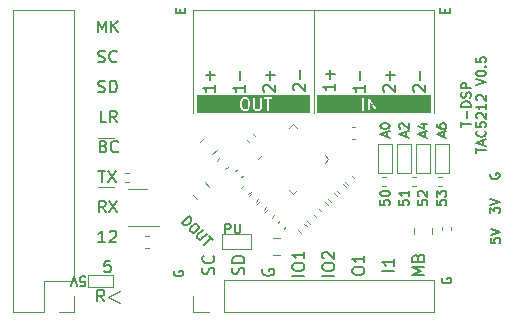
<source format=gbr>
%TF.GenerationSoftware,KiCad,Pcbnew,8.0.7*%
%TF.CreationDate,2024-12-22T07:10:06-05:00*%
%TF.ProjectId,tac5212_audio_board_single_ended,74616335-3231-4325-9f61-7564696f5f62,rev?*%
%TF.SameCoordinates,Original*%
%TF.FileFunction,Legend,Top*%
%TF.FilePolarity,Positive*%
%FSLAX46Y46*%
G04 Gerber Fmt 4.6, Leading zero omitted, Abs format (unit mm)*
G04 Created by KiCad (PCBNEW 8.0.7) date 2024-12-22 07:10:06*
%MOMM*%
%LPD*%
G01*
G04 APERTURE LIST*
%ADD10C,0.200000*%
%ADD11C,0.150000*%
%ADD12C,0.120000*%
%ADD13C,0.100000*%
G04 APERTURE END LIST*
D10*
X123427695Y-108304761D02*
X123427695Y-107847618D01*
X124227695Y-108076190D02*
X123427695Y-108076190D01*
X123922933Y-107580951D02*
X123922933Y-106971428D01*
X124227695Y-106590475D02*
X123427695Y-106590475D01*
X123427695Y-106590475D02*
X123427695Y-106399999D01*
X123427695Y-106399999D02*
X123465790Y-106285713D01*
X123465790Y-106285713D02*
X123541980Y-106209523D01*
X123541980Y-106209523D02*
X123618171Y-106171428D01*
X123618171Y-106171428D02*
X123770552Y-106133332D01*
X123770552Y-106133332D02*
X123884838Y-106133332D01*
X123884838Y-106133332D02*
X124037219Y-106171428D01*
X124037219Y-106171428D02*
X124113409Y-106209523D01*
X124113409Y-106209523D02*
X124189600Y-106285713D01*
X124189600Y-106285713D02*
X124227695Y-106399999D01*
X124227695Y-106399999D02*
X124227695Y-106590475D01*
X124189600Y-105828571D02*
X124227695Y-105714285D01*
X124227695Y-105714285D02*
X124227695Y-105523809D01*
X124227695Y-105523809D02*
X124189600Y-105447618D01*
X124189600Y-105447618D02*
X124151504Y-105409523D01*
X124151504Y-105409523D02*
X124075314Y-105371428D01*
X124075314Y-105371428D02*
X123999123Y-105371428D01*
X123999123Y-105371428D02*
X123922933Y-105409523D01*
X123922933Y-105409523D02*
X123884838Y-105447618D01*
X123884838Y-105447618D02*
X123846742Y-105523809D01*
X123846742Y-105523809D02*
X123808647Y-105676190D01*
X123808647Y-105676190D02*
X123770552Y-105752380D01*
X123770552Y-105752380D02*
X123732457Y-105790475D01*
X123732457Y-105790475D02*
X123656266Y-105828571D01*
X123656266Y-105828571D02*
X123580076Y-105828571D01*
X123580076Y-105828571D02*
X123503885Y-105790475D01*
X123503885Y-105790475D02*
X123465790Y-105752380D01*
X123465790Y-105752380D02*
X123427695Y-105676190D01*
X123427695Y-105676190D02*
X123427695Y-105485713D01*
X123427695Y-105485713D02*
X123465790Y-105371428D01*
X124227695Y-105028570D02*
X123427695Y-105028570D01*
X123427695Y-105028570D02*
X123427695Y-104723808D01*
X123427695Y-104723808D02*
X123465790Y-104647618D01*
X123465790Y-104647618D02*
X123503885Y-104609523D01*
X123503885Y-104609523D02*
X123580076Y-104571427D01*
X123580076Y-104571427D02*
X123694361Y-104571427D01*
X123694361Y-104571427D02*
X123770552Y-104609523D01*
X123770552Y-104609523D02*
X123808647Y-104647618D01*
X123808647Y-104647618D02*
X123846742Y-104723808D01*
X123846742Y-104723808D02*
X123846742Y-105028570D01*
X124715650Y-110495238D02*
X124715650Y-110038095D01*
X125515650Y-110266667D02*
X124715650Y-110266667D01*
X125287078Y-109809524D02*
X125287078Y-109428571D01*
X125515650Y-109885714D02*
X124715650Y-109619047D01*
X124715650Y-109619047D02*
X125515650Y-109352381D01*
X125439459Y-108628571D02*
X125477555Y-108666667D01*
X125477555Y-108666667D02*
X125515650Y-108780952D01*
X125515650Y-108780952D02*
X125515650Y-108857143D01*
X125515650Y-108857143D02*
X125477555Y-108971429D01*
X125477555Y-108971429D02*
X125401364Y-109047619D01*
X125401364Y-109047619D02*
X125325174Y-109085714D01*
X125325174Y-109085714D02*
X125172793Y-109123810D01*
X125172793Y-109123810D02*
X125058507Y-109123810D01*
X125058507Y-109123810D02*
X124906126Y-109085714D01*
X124906126Y-109085714D02*
X124829935Y-109047619D01*
X124829935Y-109047619D02*
X124753745Y-108971429D01*
X124753745Y-108971429D02*
X124715650Y-108857143D01*
X124715650Y-108857143D02*
X124715650Y-108780952D01*
X124715650Y-108780952D02*
X124753745Y-108666667D01*
X124753745Y-108666667D02*
X124791840Y-108628571D01*
X124715650Y-107904762D02*
X124715650Y-108285714D01*
X124715650Y-108285714D02*
X125096602Y-108323810D01*
X125096602Y-108323810D02*
X125058507Y-108285714D01*
X125058507Y-108285714D02*
X125020412Y-108209524D01*
X125020412Y-108209524D02*
X125020412Y-108019048D01*
X125020412Y-108019048D02*
X125058507Y-107942857D01*
X125058507Y-107942857D02*
X125096602Y-107904762D01*
X125096602Y-107904762D02*
X125172793Y-107866667D01*
X125172793Y-107866667D02*
X125363269Y-107866667D01*
X125363269Y-107866667D02*
X125439459Y-107904762D01*
X125439459Y-107904762D02*
X125477555Y-107942857D01*
X125477555Y-107942857D02*
X125515650Y-108019048D01*
X125515650Y-108019048D02*
X125515650Y-108209524D01*
X125515650Y-108209524D02*
X125477555Y-108285714D01*
X125477555Y-108285714D02*
X125439459Y-108323810D01*
X124791840Y-107561905D02*
X124753745Y-107523809D01*
X124753745Y-107523809D02*
X124715650Y-107447619D01*
X124715650Y-107447619D02*
X124715650Y-107257143D01*
X124715650Y-107257143D02*
X124753745Y-107180952D01*
X124753745Y-107180952D02*
X124791840Y-107142857D01*
X124791840Y-107142857D02*
X124868031Y-107104762D01*
X124868031Y-107104762D02*
X124944221Y-107104762D01*
X124944221Y-107104762D02*
X125058507Y-107142857D01*
X125058507Y-107142857D02*
X125515650Y-107600000D01*
X125515650Y-107600000D02*
X125515650Y-107104762D01*
X125515650Y-106342857D02*
X125515650Y-106800000D01*
X125515650Y-106571428D02*
X124715650Y-106571428D01*
X124715650Y-106571428D02*
X124829935Y-106647619D01*
X124829935Y-106647619D02*
X124906126Y-106723809D01*
X124906126Y-106723809D02*
X124944221Y-106800000D01*
X124791840Y-106038095D02*
X124753745Y-105999999D01*
X124753745Y-105999999D02*
X124715650Y-105923809D01*
X124715650Y-105923809D02*
X124715650Y-105733333D01*
X124715650Y-105733333D02*
X124753745Y-105657142D01*
X124753745Y-105657142D02*
X124791840Y-105619047D01*
X124791840Y-105619047D02*
X124868031Y-105580952D01*
X124868031Y-105580952D02*
X124944221Y-105580952D01*
X124944221Y-105580952D02*
X125058507Y-105619047D01*
X125058507Y-105619047D02*
X125515650Y-106076190D01*
X125515650Y-106076190D02*
X125515650Y-105580952D01*
X124715650Y-104742856D02*
X125515650Y-104476189D01*
X125515650Y-104476189D02*
X124715650Y-104209523D01*
X124715650Y-103790475D02*
X124715650Y-103714285D01*
X124715650Y-103714285D02*
X124753745Y-103638094D01*
X124753745Y-103638094D02*
X124791840Y-103599999D01*
X124791840Y-103599999D02*
X124868031Y-103561904D01*
X124868031Y-103561904D02*
X125020412Y-103523809D01*
X125020412Y-103523809D02*
X125210888Y-103523809D01*
X125210888Y-103523809D02*
X125363269Y-103561904D01*
X125363269Y-103561904D02*
X125439459Y-103599999D01*
X125439459Y-103599999D02*
X125477555Y-103638094D01*
X125477555Y-103638094D02*
X125515650Y-103714285D01*
X125515650Y-103714285D02*
X125515650Y-103790475D01*
X125515650Y-103790475D02*
X125477555Y-103866666D01*
X125477555Y-103866666D02*
X125439459Y-103904761D01*
X125439459Y-103904761D02*
X125363269Y-103942856D01*
X125363269Y-103942856D02*
X125210888Y-103980952D01*
X125210888Y-103980952D02*
X125020412Y-103980952D01*
X125020412Y-103980952D02*
X124868031Y-103942856D01*
X124868031Y-103942856D02*
X124791840Y-103904761D01*
X124791840Y-103904761D02*
X124753745Y-103866666D01*
X124753745Y-103866666D02*
X124715650Y-103790475D01*
X125439459Y-103180951D02*
X125477555Y-103142856D01*
X125477555Y-103142856D02*
X125515650Y-103180951D01*
X125515650Y-103180951D02*
X125477555Y-103219047D01*
X125477555Y-103219047D02*
X125439459Y-103180951D01*
X125439459Y-103180951D02*
X125515650Y-103180951D01*
X124715650Y-102419047D02*
X124715650Y-102799999D01*
X124715650Y-102799999D02*
X125096602Y-102838095D01*
X125096602Y-102838095D02*
X125058507Y-102799999D01*
X125058507Y-102799999D02*
X125020412Y-102723809D01*
X125020412Y-102723809D02*
X125020412Y-102533333D01*
X125020412Y-102533333D02*
X125058507Y-102457142D01*
X125058507Y-102457142D02*
X125096602Y-102419047D01*
X125096602Y-102419047D02*
X125172793Y-102380952D01*
X125172793Y-102380952D02*
X125363269Y-102380952D01*
X125363269Y-102380952D02*
X125439459Y-102419047D01*
X125439459Y-102419047D02*
X125477555Y-102457142D01*
X125477555Y-102457142D02*
X125515650Y-102533333D01*
X125515650Y-102533333D02*
X125515650Y-102723809D01*
X125515650Y-102723809D02*
X125477555Y-102799999D01*
X125477555Y-102799999D02*
X125439459Y-102838095D01*
D11*
X114207319Y-120571428D02*
X114207319Y-120380952D01*
X114207319Y-120380952D02*
X114254938Y-120285714D01*
X114254938Y-120285714D02*
X114350176Y-120190476D01*
X114350176Y-120190476D02*
X114540652Y-120142857D01*
X114540652Y-120142857D02*
X114873985Y-120142857D01*
X114873985Y-120142857D02*
X115064461Y-120190476D01*
X115064461Y-120190476D02*
X115159700Y-120285714D01*
X115159700Y-120285714D02*
X115207319Y-120380952D01*
X115207319Y-120380952D02*
X115207319Y-120571428D01*
X115207319Y-120571428D02*
X115159700Y-120666666D01*
X115159700Y-120666666D02*
X115064461Y-120761904D01*
X115064461Y-120761904D02*
X114873985Y-120809523D01*
X114873985Y-120809523D02*
X114540652Y-120809523D01*
X114540652Y-120809523D02*
X114350176Y-120761904D01*
X114350176Y-120761904D02*
X114254938Y-120666666D01*
X114254938Y-120666666D02*
X114207319Y-120571428D01*
X115207319Y-119190476D02*
X115207319Y-119761904D01*
X115207319Y-119476190D02*
X114207319Y-119476190D01*
X114207319Y-119476190D02*
X114350176Y-119571428D01*
X114350176Y-119571428D02*
X114445414Y-119666666D01*
X114445414Y-119666666D02*
X114493033Y-119761904D01*
X119442557Y-105304761D02*
X119394938Y-105257142D01*
X119394938Y-105257142D02*
X119347319Y-105161904D01*
X119347319Y-105161904D02*
X119347319Y-104923809D01*
X119347319Y-104923809D02*
X119394938Y-104828571D01*
X119394938Y-104828571D02*
X119442557Y-104780952D01*
X119442557Y-104780952D02*
X119537795Y-104733333D01*
X119537795Y-104733333D02*
X119633033Y-104733333D01*
X119633033Y-104733333D02*
X119775890Y-104780952D01*
X119775890Y-104780952D02*
X120347319Y-105352380D01*
X120347319Y-105352380D02*
X120347319Y-104733333D01*
X119966366Y-104304761D02*
X119966366Y-103542857D01*
X109282557Y-105209761D02*
X109234938Y-105162142D01*
X109234938Y-105162142D02*
X109187319Y-105066904D01*
X109187319Y-105066904D02*
X109187319Y-104828809D01*
X109187319Y-104828809D02*
X109234938Y-104733571D01*
X109234938Y-104733571D02*
X109282557Y-104685952D01*
X109282557Y-104685952D02*
X109377795Y-104638333D01*
X109377795Y-104638333D02*
X109473033Y-104638333D01*
X109473033Y-104638333D02*
X109615890Y-104685952D01*
X109615890Y-104685952D02*
X110187319Y-105257380D01*
X110187319Y-105257380D02*
X110187319Y-104638333D01*
X109806366Y-104209761D02*
X109806366Y-103447857D01*
X102459700Y-120785713D02*
X102507319Y-120642856D01*
X102507319Y-120642856D02*
X102507319Y-120404761D01*
X102507319Y-120404761D02*
X102459700Y-120309523D01*
X102459700Y-120309523D02*
X102412080Y-120261904D01*
X102412080Y-120261904D02*
X102316842Y-120214285D01*
X102316842Y-120214285D02*
X102221604Y-120214285D01*
X102221604Y-120214285D02*
X102126366Y-120261904D01*
X102126366Y-120261904D02*
X102078747Y-120309523D01*
X102078747Y-120309523D02*
X102031128Y-120404761D01*
X102031128Y-120404761D02*
X101983509Y-120595237D01*
X101983509Y-120595237D02*
X101935890Y-120690475D01*
X101935890Y-120690475D02*
X101888271Y-120738094D01*
X101888271Y-120738094D02*
X101793033Y-120785713D01*
X101793033Y-120785713D02*
X101697795Y-120785713D01*
X101697795Y-120785713D02*
X101602557Y-120738094D01*
X101602557Y-120738094D02*
X101554938Y-120690475D01*
X101554938Y-120690475D02*
X101507319Y-120595237D01*
X101507319Y-120595237D02*
X101507319Y-120357142D01*
X101507319Y-120357142D02*
X101554938Y-120214285D01*
X102412080Y-119214285D02*
X102459700Y-119261904D01*
X102459700Y-119261904D02*
X102507319Y-119404761D01*
X102507319Y-119404761D02*
X102507319Y-119499999D01*
X102507319Y-119499999D02*
X102459700Y-119642856D01*
X102459700Y-119642856D02*
X102364461Y-119738094D01*
X102364461Y-119738094D02*
X102269223Y-119785713D01*
X102269223Y-119785713D02*
X102078747Y-119833332D01*
X102078747Y-119833332D02*
X101935890Y-119833332D01*
X101935890Y-119833332D02*
X101745414Y-119785713D01*
X101745414Y-119785713D02*
X101650176Y-119738094D01*
X101650176Y-119738094D02*
X101554938Y-119642856D01*
X101554938Y-119642856D02*
X101507319Y-119499999D01*
X101507319Y-119499999D02*
X101507319Y-119404761D01*
X101507319Y-119404761D02*
X101554938Y-119261904D01*
X101554938Y-119261904D02*
X101602557Y-119214285D01*
X93192023Y-123059819D02*
X92858690Y-122583628D01*
X92620595Y-123059819D02*
X92620595Y-122059819D01*
X92620595Y-122059819D02*
X93001547Y-122059819D01*
X93001547Y-122059819D02*
X93096785Y-122107438D01*
X93096785Y-122107438D02*
X93144404Y-122155057D01*
X93144404Y-122155057D02*
X93192023Y-122250295D01*
X93192023Y-122250295D02*
X93192023Y-122393152D01*
X93192023Y-122393152D02*
X93144404Y-122488390D01*
X93144404Y-122488390D02*
X93096785Y-122536009D01*
X93096785Y-122536009D02*
X93001547Y-122583628D01*
X93001547Y-122583628D02*
X92620595Y-122583628D01*
X105107319Y-104733333D02*
X105107319Y-105304761D01*
X105107319Y-105019047D02*
X104107319Y-105019047D01*
X104107319Y-105019047D02*
X104250176Y-105114285D01*
X104250176Y-105114285D02*
X104345414Y-105209523D01*
X104345414Y-105209523D02*
X104393033Y-105304761D01*
X104726366Y-104304761D02*
X104726366Y-103542857D01*
X125884795Y-115614523D02*
X125884795Y-115119285D01*
X125884795Y-115119285D02*
X126189557Y-115385951D01*
X126189557Y-115385951D02*
X126189557Y-115271666D01*
X126189557Y-115271666D02*
X126227652Y-115195475D01*
X126227652Y-115195475D02*
X126265747Y-115157380D01*
X126265747Y-115157380D02*
X126341938Y-115119285D01*
X126341938Y-115119285D02*
X126532414Y-115119285D01*
X126532414Y-115119285D02*
X126608604Y-115157380D01*
X126608604Y-115157380D02*
X126646700Y-115195475D01*
X126646700Y-115195475D02*
X126684795Y-115271666D01*
X126684795Y-115271666D02*
X126684795Y-115500237D01*
X126684795Y-115500237D02*
X126646700Y-115576428D01*
X126646700Y-115576428D02*
X126608604Y-115614523D01*
X125884795Y-114890713D02*
X126684795Y-114624046D01*
X126684795Y-114624046D02*
X125884795Y-114357380D01*
X115267319Y-104733333D02*
X115267319Y-105304761D01*
X115267319Y-105019047D02*
X114267319Y-105019047D01*
X114267319Y-105019047D02*
X114410176Y-105114285D01*
X114410176Y-105114285D02*
X114505414Y-105209523D01*
X114505414Y-105209523D02*
X114553033Y-105304761D01*
X114886366Y-104304761D02*
X114886366Y-103542857D01*
X125907890Y-112270476D02*
X125869795Y-112346666D01*
X125869795Y-112346666D02*
X125869795Y-112460952D01*
X125869795Y-112460952D02*
X125907890Y-112575238D01*
X125907890Y-112575238D02*
X125984080Y-112651428D01*
X125984080Y-112651428D02*
X126060271Y-112689523D01*
X126060271Y-112689523D02*
X126212652Y-112727619D01*
X126212652Y-112727619D02*
X126326938Y-112727619D01*
X126326938Y-112727619D02*
X126479319Y-112689523D01*
X126479319Y-112689523D02*
X126555509Y-112651428D01*
X126555509Y-112651428D02*
X126631700Y-112575238D01*
X126631700Y-112575238D02*
X126669795Y-112460952D01*
X126669795Y-112460952D02*
X126669795Y-112384761D01*
X126669795Y-112384761D02*
X126631700Y-112270476D01*
X126631700Y-112270476D02*
X126593604Y-112232380D01*
X126593604Y-112232380D02*
X126326938Y-112232380D01*
X126326938Y-112232380D02*
X126326938Y-112384761D01*
G36*
X105273787Y-105969077D02*
G01*
X105345729Y-106041019D01*
X105386071Y-106202386D01*
X105386071Y-106517251D01*
X105345729Y-106678617D01*
X105273786Y-106750561D01*
X105205271Y-106784819D01*
X105050205Y-106784819D01*
X104981689Y-106750561D01*
X104909746Y-106678617D01*
X104869405Y-106517251D01*
X104869405Y-106202386D01*
X104909746Y-106041019D01*
X104981689Y-105969077D01*
X105050205Y-105934819D01*
X105205271Y-105934819D01*
X105273787Y-105969077D01*
G37*
G36*
X107550503Y-107045930D02*
G01*
X104608294Y-107045930D01*
X104608294Y-106193152D01*
X104719405Y-106193152D01*
X104719405Y-106526485D01*
X104719656Y-106529038D01*
X104719494Y-106530131D01*
X104720303Y-106535604D01*
X104720846Y-106541117D01*
X104721268Y-106542138D01*
X104721644Y-106544675D01*
X104769263Y-106735151D01*
X104774210Y-106748997D01*
X104777529Y-106753476D01*
X104779663Y-106758628D01*
X104788991Y-106769994D01*
X104884229Y-106865233D01*
X104889979Y-106869953D01*
X104891278Y-106871450D01*
X104893532Y-106872869D01*
X104895594Y-106874561D01*
X104897426Y-106875319D01*
X104903721Y-106879282D01*
X104998959Y-106926901D01*
X105012690Y-106932156D01*
X105015379Y-106932347D01*
X105017868Y-106933378D01*
X105032500Y-106934819D01*
X105222976Y-106934819D01*
X105237608Y-106933378D01*
X105240097Y-106932346D01*
X105242785Y-106932156D01*
X105256517Y-106926901D01*
X105351755Y-106879282D01*
X105358054Y-106875317D01*
X105359882Y-106874560D01*
X105361938Y-106872871D01*
X105364198Y-106871450D01*
X105365497Y-106869951D01*
X105371247Y-106865233D01*
X105466486Y-106769993D01*
X105475813Y-106758628D01*
X105477946Y-106753476D01*
X105481266Y-106748997D01*
X105486213Y-106735151D01*
X105533832Y-106544675D01*
X105534207Y-106542138D01*
X105534630Y-106541117D01*
X105535172Y-106535604D01*
X105535982Y-106530131D01*
X105535819Y-106529038D01*
X105536071Y-106526485D01*
X105536071Y-106193152D01*
X105535819Y-106190598D01*
X105535982Y-106189506D01*
X105535172Y-106184032D01*
X105534630Y-106178520D01*
X105534207Y-106177498D01*
X105533832Y-106174962D01*
X105486213Y-105984486D01*
X105481266Y-105970640D01*
X105477947Y-105966161D01*
X105475813Y-105961008D01*
X105466485Y-105949643D01*
X105376661Y-105859819D01*
X105814643Y-105859819D01*
X105814643Y-106669342D01*
X105816084Y-106683974D01*
X105817115Y-106686463D01*
X105817306Y-106689151D01*
X105822561Y-106702883D01*
X105870180Y-106798121D01*
X105874143Y-106804417D01*
X105874901Y-106806247D01*
X105876590Y-106808305D01*
X105878012Y-106810564D01*
X105879510Y-106811863D01*
X105884228Y-106817612D01*
X105931847Y-106865232D01*
X105937596Y-106869950D01*
X105938897Y-106871450D01*
X105941156Y-106872872D01*
X105943213Y-106874560D01*
X105945040Y-106875317D01*
X105951340Y-106879282D01*
X106046578Y-106926901D01*
X106060309Y-106932156D01*
X106062998Y-106932347D01*
X106065487Y-106933378D01*
X106080119Y-106934819D01*
X106270595Y-106934819D01*
X106285227Y-106933378D01*
X106287716Y-106932346D01*
X106290404Y-106932156D01*
X106304136Y-106926901D01*
X106399374Y-106879282D01*
X106405673Y-106875317D01*
X106407501Y-106874560D01*
X106409557Y-106872872D01*
X106411817Y-106871450D01*
X106413117Y-106869950D01*
X106418867Y-106865232D01*
X106466485Y-106817613D01*
X106471203Y-106811863D01*
X106472702Y-106810564D01*
X106474123Y-106808305D01*
X106475813Y-106806247D01*
X106476570Y-106804417D01*
X106480534Y-106798121D01*
X106528153Y-106702883D01*
X106533408Y-106689152D01*
X106533599Y-106686462D01*
X106534630Y-106683974D01*
X106536071Y-106669342D01*
X106536071Y-105859819D01*
X106534630Y-105845187D01*
X106720846Y-105845187D01*
X106720846Y-105874451D01*
X106732045Y-105901487D01*
X106752737Y-105922179D01*
X106779773Y-105933378D01*
X106794405Y-105934819D01*
X107005119Y-105934819D01*
X107005119Y-106859819D01*
X107006560Y-106874451D01*
X107017759Y-106901487D01*
X107038451Y-106922179D01*
X107065487Y-106933378D01*
X107094751Y-106933378D01*
X107121787Y-106922179D01*
X107142479Y-106901487D01*
X107153678Y-106874451D01*
X107155119Y-106859819D01*
X107155119Y-105934819D01*
X107365833Y-105934819D01*
X107380465Y-105933378D01*
X107407501Y-105922179D01*
X107428193Y-105901487D01*
X107439392Y-105874451D01*
X107439392Y-105845187D01*
X107428193Y-105818151D01*
X107407501Y-105797459D01*
X107380465Y-105786260D01*
X107365833Y-105784819D01*
X106794405Y-105784819D01*
X106779773Y-105786260D01*
X106752737Y-105797459D01*
X106732045Y-105818151D01*
X106720846Y-105845187D01*
X106534630Y-105845187D01*
X106523431Y-105818151D01*
X106502739Y-105797459D01*
X106475703Y-105786260D01*
X106446439Y-105786260D01*
X106419403Y-105797459D01*
X106398711Y-105818151D01*
X106387512Y-105845187D01*
X106386071Y-105859819D01*
X106386071Y-106651637D01*
X106351812Y-106720153D01*
X106321405Y-106750561D01*
X106252890Y-106784819D01*
X106097824Y-106784819D01*
X106029308Y-106750561D01*
X105998901Y-106720153D01*
X105964643Y-106651637D01*
X105964643Y-105859819D01*
X105963202Y-105845187D01*
X105952003Y-105818151D01*
X105931311Y-105797459D01*
X105904275Y-105786260D01*
X105875011Y-105786260D01*
X105847975Y-105797459D01*
X105827283Y-105818151D01*
X105816084Y-105845187D01*
X105814643Y-105859819D01*
X105376661Y-105859819D01*
X105371247Y-105854405D01*
X105365497Y-105849686D01*
X105364198Y-105848188D01*
X105361938Y-105846766D01*
X105359882Y-105845078D01*
X105358054Y-105844320D01*
X105351755Y-105840356D01*
X105256517Y-105792737D01*
X105242785Y-105787482D01*
X105240097Y-105787291D01*
X105237608Y-105786260D01*
X105222976Y-105784819D01*
X105032500Y-105784819D01*
X105017868Y-105786260D01*
X105015379Y-105787290D01*
X105012690Y-105787482D01*
X104998959Y-105792737D01*
X104903721Y-105840356D01*
X104897426Y-105844318D01*
X104895594Y-105845077D01*
X104893532Y-105846768D01*
X104891278Y-105848188D01*
X104889979Y-105849684D01*
X104884229Y-105854405D01*
X104788991Y-105949643D01*
X104779664Y-105961008D01*
X104777530Y-105966158D01*
X104774210Y-105970640D01*
X104769263Y-105984486D01*
X104721644Y-106174962D01*
X104721268Y-106177498D01*
X104720846Y-106178520D01*
X104720303Y-106184032D01*
X104719494Y-106189506D01*
X104719656Y-106190598D01*
X104719405Y-106193152D01*
X104608294Y-106193152D01*
X104608294Y-105673708D01*
X107550503Y-105673708D01*
X107550503Y-107045930D01*
G37*
X112727319Y-104638333D02*
X112727319Y-105209761D01*
X112727319Y-104924047D02*
X111727319Y-104924047D01*
X111727319Y-104924047D02*
X111870176Y-105019285D01*
X111870176Y-105019285D02*
X111965414Y-105114523D01*
X111965414Y-105114523D02*
X112013033Y-105209761D01*
X112346366Y-104209761D02*
X112346366Y-103447857D01*
X112727319Y-103828809D02*
X111965414Y-103828809D01*
X93138928Y-109921009D02*
X93281785Y-109968628D01*
X93281785Y-109968628D02*
X93329404Y-110016247D01*
X93329404Y-110016247D02*
X93377023Y-110111485D01*
X93377023Y-110111485D02*
X93377023Y-110254342D01*
X93377023Y-110254342D02*
X93329404Y-110349580D01*
X93329404Y-110349580D02*
X93281785Y-110397200D01*
X93281785Y-110397200D02*
X93186547Y-110444819D01*
X93186547Y-110444819D02*
X92805595Y-110444819D01*
X92805595Y-110444819D02*
X92805595Y-109444819D01*
X92805595Y-109444819D02*
X93138928Y-109444819D01*
X93138928Y-109444819D02*
X93234166Y-109492438D01*
X93234166Y-109492438D02*
X93281785Y-109540057D01*
X93281785Y-109540057D02*
X93329404Y-109635295D01*
X93329404Y-109635295D02*
X93329404Y-109730533D01*
X93329404Y-109730533D02*
X93281785Y-109825771D01*
X93281785Y-109825771D02*
X93234166Y-109873390D01*
X93234166Y-109873390D02*
X93138928Y-109921009D01*
X93138928Y-109921009D02*
X92805595Y-109921009D01*
X94377023Y-110349580D02*
X94329404Y-110397200D01*
X94329404Y-110397200D02*
X94186547Y-110444819D01*
X94186547Y-110444819D02*
X94091309Y-110444819D01*
X94091309Y-110444819D02*
X93948452Y-110397200D01*
X93948452Y-110397200D02*
X93853214Y-110301961D01*
X93853214Y-110301961D02*
X93805595Y-110206723D01*
X93805595Y-110206723D02*
X93757976Y-110016247D01*
X93757976Y-110016247D02*
X93757976Y-109873390D01*
X93757976Y-109873390D02*
X93805595Y-109682914D01*
X93805595Y-109682914D02*
X93853214Y-109587676D01*
X93853214Y-109587676D02*
X93948452Y-109492438D01*
X93948452Y-109492438D02*
X94091309Y-109444819D01*
X94091309Y-109444819D02*
X94186547Y-109444819D01*
X94186547Y-109444819D02*
X94329404Y-109492438D01*
X94329404Y-109492438D02*
X94377023Y-109540057D01*
X93305833Y-115524819D02*
X92972500Y-115048628D01*
X92734405Y-115524819D02*
X92734405Y-114524819D01*
X92734405Y-114524819D02*
X93115357Y-114524819D01*
X93115357Y-114524819D02*
X93210595Y-114572438D01*
X93210595Y-114572438D02*
X93258214Y-114620057D01*
X93258214Y-114620057D02*
X93305833Y-114715295D01*
X93305833Y-114715295D02*
X93305833Y-114858152D01*
X93305833Y-114858152D02*
X93258214Y-114953390D01*
X93258214Y-114953390D02*
X93210595Y-115001009D01*
X93210595Y-115001009D02*
X93115357Y-115048628D01*
X93115357Y-115048628D02*
X92734405Y-115048628D01*
X93639167Y-114524819D02*
X94305833Y-115524819D01*
X94305833Y-114524819D02*
X93639167Y-115524819D01*
X92710595Y-111984819D02*
X93282023Y-111984819D01*
X92996309Y-112984819D02*
X92996309Y-111984819D01*
X93520119Y-111984819D02*
X94186785Y-112984819D01*
X94186785Y-111984819D02*
X93520119Y-112984819D01*
X93377023Y-107904819D02*
X92900833Y-107904819D01*
X92900833Y-107904819D02*
X92900833Y-106904819D01*
X94281785Y-107904819D02*
X93948452Y-107428628D01*
X93710357Y-107904819D02*
X93710357Y-106904819D01*
X93710357Y-106904819D02*
X94091309Y-106904819D01*
X94091309Y-106904819D02*
X94186547Y-106952438D01*
X94186547Y-106952438D02*
X94234166Y-107000057D01*
X94234166Y-107000057D02*
X94281785Y-107095295D01*
X94281785Y-107095295D02*
X94281785Y-107238152D01*
X94281785Y-107238152D02*
X94234166Y-107333390D01*
X94234166Y-107333390D02*
X94186547Y-107381009D01*
X94186547Y-107381009D02*
X94091309Y-107428628D01*
X94091309Y-107428628D02*
X93710357Y-107428628D01*
G36*
X116342420Y-107045747D02*
G01*
X114922580Y-107045747D01*
X114922580Y-105859819D01*
X115033691Y-105859819D01*
X115033691Y-106859819D01*
X115035132Y-106874451D01*
X115046331Y-106901487D01*
X115067023Y-106922179D01*
X115094059Y-106933378D01*
X115123323Y-106933378D01*
X115150359Y-106922179D01*
X115171051Y-106901487D01*
X115182250Y-106874451D01*
X115183691Y-106859819D01*
X115183691Y-105859819D01*
X115509881Y-105859819D01*
X115509881Y-106859819D01*
X115511322Y-106874451D01*
X115522521Y-106901487D01*
X115543213Y-106922179D01*
X115570249Y-106933378D01*
X115599513Y-106933378D01*
X115626549Y-106922179D01*
X115647241Y-106901487D01*
X115658440Y-106874451D01*
X115659881Y-106859819D01*
X115659881Y-106142235D01*
X116091191Y-106897030D01*
X116093380Y-106900114D01*
X116093949Y-106901487D01*
X116095346Y-106902884D01*
X116099701Y-106909019D01*
X116107589Y-106915127D01*
X116114641Y-106922179D01*
X116119059Y-106924009D01*
X116122839Y-106926936D01*
X116132460Y-106929560D01*
X116141677Y-106933378D01*
X116146458Y-106933378D01*
X116151070Y-106934636D01*
X116160967Y-106933378D01*
X116170941Y-106933378D01*
X116175356Y-106931548D01*
X116180100Y-106930946D01*
X116188764Y-106925995D01*
X116197977Y-106922179D01*
X116201355Y-106918800D01*
X116205509Y-106916427D01*
X116211618Y-106908537D01*
X116218669Y-106901487D01*
X116220498Y-106897070D01*
X116223426Y-106893290D01*
X116226050Y-106883666D01*
X116229868Y-106874451D01*
X116230604Y-106866968D01*
X116231126Y-106865058D01*
X116230938Y-106863582D01*
X116231309Y-106859819D01*
X116231309Y-105859819D01*
X116229868Y-105845187D01*
X116218669Y-105818151D01*
X116197977Y-105797459D01*
X116170941Y-105786260D01*
X116141677Y-105786260D01*
X116114641Y-105797459D01*
X116093949Y-105818151D01*
X116082750Y-105845187D01*
X116081309Y-105859819D01*
X116081309Y-106577402D01*
X115649999Y-105822609D01*
X115647810Y-105819525D01*
X115647241Y-105818151D01*
X115645841Y-105816751D01*
X115641489Y-105810619D01*
X115633599Y-105804509D01*
X115626549Y-105797459D01*
X115622132Y-105795629D01*
X115618352Y-105792702D01*
X115608728Y-105790077D01*
X115599513Y-105786260D01*
X115594732Y-105786260D01*
X115590120Y-105785002D01*
X115580223Y-105786260D01*
X115570249Y-105786260D01*
X115565833Y-105788089D01*
X115561090Y-105788692D01*
X115552425Y-105793642D01*
X115543213Y-105797459D01*
X115539834Y-105800837D01*
X115535681Y-105803211D01*
X115529571Y-105811100D01*
X115522521Y-105818151D01*
X115520691Y-105822567D01*
X115517764Y-105826348D01*
X115515139Y-105835971D01*
X115511322Y-105845187D01*
X115510585Y-105852669D01*
X115510064Y-105854580D01*
X115510251Y-105856055D01*
X115509881Y-105859819D01*
X115183691Y-105859819D01*
X115182250Y-105845187D01*
X115171051Y-105818151D01*
X115150359Y-105797459D01*
X115123323Y-105786260D01*
X115094059Y-105786260D01*
X115067023Y-105797459D01*
X115046331Y-105818151D01*
X115035132Y-105845187D01*
X115033691Y-105859819D01*
X114922580Y-105859819D01*
X114922580Y-105673891D01*
X116342420Y-105673891D01*
X116342420Y-107045747D01*
G37*
X92686786Y-105317200D02*
X92829643Y-105364819D01*
X92829643Y-105364819D02*
X93067738Y-105364819D01*
X93067738Y-105364819D02*
X93162976Y-105317200D01*
X93162976Y-105317200D02*
X93210595Y-105269580D01*
X93210595Y-105269580D02*
X93258214Y-105174342D01*
X93258214Y-105174342D02*
X93258214Y-105079104D01*
X93258214Y-105079104D02*
X93210595Y-104983866D01*
X93210595Y-104983866D02*
X93162976Y-104936247D01*
X93162976Y-104936247D02*
X93067738Y-104888628D01*
X93067738Y-104888628D02*
X92877262Y-104841009D01*
X92877262Y-104841009D02*
X92782024Y-104793390D01*
X92782024Y-104793390D02*
X92734405Y-104745771D01*
X92734405Y-104745771D02*
X92686786Y-104650533D01*
X92686786Y-104650533D02*
X92686786Y-104555295D01*
X92686786Y-104555295D02*
X92734405Y-104460057D01*
X92734405Y-104460057D02*
X92782024Y-104412438D01*
X92782024Y-104412438D02*
X92877262Y-104364819D01*
X92877262Y-104364819D02*
X93115357Y-104364819D01*
X93115357Y-104364819D02*
X93258214Y-104412438D01*
X93686786Y-105364819D02*
X93686786Y-104364819D01*
X93686786Y-104364819D02*
X93924881Y-104364819D01*
X93924881Y-104364819D02*
X94067738Y-104412438D01*
X94067738Y-104412438D02*
X94162976Y-104507676D01*
X94162976Y-104507676D02*
X94210595Y-104602914D01*
X94210595Y-104602914D02*
X94258214Y-104793390D01*
X94258214Y-104793390D02*
X94258214Y-104936247D01*
X94258214Y-104936247D02*
X94210595Y-105126723D01*
X94210595Y-105126723D02*
X94162976Y-105221961D01*
X94162976Y-105221961D02*
X94067738Y-105317200D01*
X94067738Y-105317200D02*
X93924881Y-105364819D01*
X93924881Y-105364819D02*
X93686786Y-105364819D01*
X117747319Y-120476189D02*
X116747319Y-120476189D01*
X117747319Y-119476190D02*
X117747319Y-120047618D01*
X117747319Y-119761904D02*
X116747319Y-119761904D01*
X116747319Y-119761904D02*
X116890176Y-119857142D01*
X116890176Y-119857142D02*
X116985414Y-119952380D01*
X116985414Y-119952380D02*
X117033033Y-120047618D01*
X93710595Y-119604819D02*
X93234405Y-119604819D01*
X93234405Y-119604819D02*
X93186786Y-120081009D01*
X93186786Y-120081009D02*
X93234405Y-120033390D01*
X93234405Y-120033390D02*
X93329643Y-119985771D01*
X93329643Y-119985771D02*
X93567738Y-119985771D01*
X93567738Y-119985771D02*
X93662976Y-120033390D01*
X93662976Y-120033390D02*
X93710595Y-120081009D01*
X93710595Y-120081009D02*
X93758214Y-120176247D01*
X93758214Y-120176247D02*
X93758214Y-120414342D01*
X93758214Y-120414342D02*
X93710595Y-120509580D01*
X93710595Y-120509580D02*
X93662976Y-120557200D01*
X93662976Y-120557200D02*
X93567738Y-120604819D01*
X93567738Y-120604819D02*
X93329643Y-120604819D01*
X93329643Y-120604819D02*
X93234405Y-120557200D01*
X93234405Y-120557200D02*
X93186786Y-120509580D01*
X92639167Y-100284819D02*
X92639167Y-99284819D01*
X92639167Y-99284819D02*
X92972500Y-99999104D01*
X92972500Y-99999104D02*
X93305833Y-99284819D01*
X93305833Y-99284819D02*
X93305833Y-100284819D01*
X93782024Y-100284819D02*
X93782024Y-99284819D01*
X94353452Y-100284819D02*
X93924881Y-99713390D01*
X94353452Y-99284819D02*
X93782024Y-99856247D01*
X106634938Y-120338095D02*
X106587319Y-120433333D01*
X106587319Y-120433333D02*
X106587319Y-120576190D01*
X106587319Y-120576190D02*
X106634938Y-120719047D01*
X106634938Y-120719047D02*
X106730176Y-120814285D01*
X106730176Y-120814285D02*
X106825414Y-120861904D01*
X106825414Y-120861904D02*
X107015890Y-120909523D01*
X107015890Y-120909523D02*
X107158747Y-120909523D01*
X107158747Y-120909523D02*
X107349223Y-120861904D01*
X107349223Y-120861904D02*
X107444461Y-120814285D01*
X107444461Y-120814285D02*
X107539700Y-120719047D01*
X107539700Y-120719047D02*
X107587319Y-120576190D01*
X107587319Y-120576190D02*
X107587319Y-120480952D01*
X107587319Y-120480952D02*
X107539700Y-120338095D01*
X107539700Y-120338095D02*
X107492080Y-120290476D01*
X107492080Y-120290476D02*
X107158747Y-120290476D01*
X107158747Y-120290476D02*
X107158747Y-120480952D01*
X104999700Y-120785713D02*
X105047319Y-120642856D01*
X105047319Y-120642856D02*
X105047319Y-120404761D01*
X105047319Y-120404761D02*
X104999700Y-120309523D01*
X104999700Y-120309523D02*
X104952080Y-120261904D01*
X104952080Y-120261904D02*
X104856842Y-120214285D01*
X104856842Y-120214285D02*
X104761604Y-120214285D01*
X104761604Y-120214285D02*
X104666366Y-120261904D01*
X104666366Y-120261904D02*
X104618747Y-120309523D01*
X104618747Y-120309523D02*
X104571128Y-120404761D01*
X104571128Y-120404761D02*
X104523509Y-120595237D01*
X104523509Y-120595237D02*
X104475890Y-120690475D01*
X104475890Y-120690475D02*
X104428271Y-120738094D01*
X104428271Y-120738094D02*
X104333033Y-120785713D01*
X104333033Y-120785713D02*
X104237795Y-120785713D01*
X104237795Y-120785713D02*
X104142557Y-120738094D01*
X104142557Y-120738094D02*
X104094938Y-120690475D01*
X104094938Y-120690475D02*
X104047319Y-120595237D01*
X104047319Y-120595237D02*
X104047319Y-120357142D01*
X104047319Y-120357142D02*
X104094938Y-120214285D01*
X105047319Y-119785713D02*
X104047319Y-119785713D01*
X104047319Y-119785713D02*
X104047319Y-119547618D01*
X104047319Y-119547618D02*
X104094938Y-119404761D01*
X104094938Y-119404761D02*
X104190176Y-119309523D01*
X104190176Y-119309523D02*
X104285414Y-119261904D01*
X104285414Y-119261904D02*
X104475890Y-119214285D01*
X104475890Y-119214285D02*
X104618747Y-119214285D01*
X104618747Y-119214285D02*
X104809223Y-119261904D01*
X104809223Y-119261904D02*
X104904461Y-119309523D01*
X104904461Y-119309523D02*
X104999700Y-119404761D01*
X104999700Y-119404761D02*
X105047319Y-119547618D01*
X105047319Y-119547618D02*
X105047319Y-119785713D01*
X125914795Y-117707380D02*
X125914795Y-118088332D01*
X125914795Y-118088332D02*
X126295747Y-118126428D01*
X126295747Y-118126428D02*
X126257652Y-118088332D01*
X126257652Y-118088332D02*
X126219557Y-118012142D01*
X126219557Y-118012142D02*
X126219557Y-117821666D01*
X126219557Y-117821666D02*
X126257652Y-117745475D01*
X126257652Y-117745475D02*
X126295747Y-117707380D01*
X126295747Y-117707380D02*
X126371938Y-117669285D01*
X126371938Y-117669285D02*
X126562414Y-117669285D01*
X126562414Y-117669285D02*
X126638604Y-117707380D01*
X126638604Y-117707380D02*
X126676700Y-117745475D01*
X126676700Y-117745475D02*
X126714795Y-117821666D01*
X126714795Y-117821666D02*
X126714795Y-118012142D01*
X126714795Y-118012142D02*
X126676700Y-118088332D01*
X126676700Y-118088332D02*
X126638604Y-118126428D01*
X125914795Y-117440713D02*
X126714795Y-117174046D01*
X126714795Y-117174046D02*
X125914795Y-116907380D01*
X106742557Y-105304761D02*
X106694938Y-105257142D01*
X106694938Y-105257142D02*
X106647319Y-105161904D01*
X106647319Y-105161904D02*
X106647319Y-104923809D01*
X106647319Y-104923809D02*
X106694938Y-104828571D01*
X106694938Y-104828571D02*
X106742557Y-104780952D01*
X106742557Y-104780952D02*
X106837795Y-104733333D01*
X106837795Y-104733333D02*
X106933033Y-104733333D01*
X106933033Y-104733333D02*
X107075890Y-104780952D01*
X107075890Y-104780952D02*
X107647319Y-105352380D01*
X107647319Y-105352380D02*
X107647319Y-104733333D01*
X107266366Y-104304761D02*
X107266366Y-103542857D01*
X107647319Y-103923809D02*
X106885414Y-103923809D01*
X112667319Y-120904999D02*
X111667319Y-120904999D01*
X111667319Y-120238333D02*
X111667319Y-120047857D01*
X111667319Y-120047857D02*
X111714938Y-119952619D01*
X111714938Y-119952619D02*
X111810176Y-119857381D01*
X111810176Y-119857381D02*
X112000652Y-119809762D01*
X112000652Y-119809762D02*
X112333985Y-119809762D01*
X112333985Y-119809762D02*
X112524461Y-119857381D01*
X112524461Y-119857381D02*
X112619700Y-119952619D01*
X112619700Y-119952619D02*
X112667319Y-120047857D01*
X112667319Y-120047857D02*
X112667319Y-120238333D01*
X112667319Y-120238333D02*
X112619700Y-120333571D01*
X112619700Y-120333571D02*
X112524461Y-120428809D01*
X112524461Y-120428809D02*
X112333985Y-120476428D01*
X112333985Y-120476428D02*
X112000652Y-120476428D01*
X112000652Y-120476428D02*
X111810176Y-120428809D01*
X111810176Y-120428809D02*
X111714938Y-120333571D01*
X111714938Y-120333571D02*
X111667319Y-120238333D01*
X111762557Y-119428809D02*
X111714938Y-119381190D01*
X111714938Y-119381190D02*
X111667319Y-119285952D01*
X111667319Y-119285952D02*
X111667319Y-119047857D01*
X111667319Y-119047857D02*
X111714938Y-118952619D01*
X111714938Y-118952619D02*
X111762557Y-118905000D01*
X111762557Y-118905000D02*
X111857795Y-118857381D01*
X111857795Y-118857381D02*
X111953033Y-118857381D01*
X111953033Y-118857381D02*
X112095890Y-118905000D01*
X112095890Y-118905000D02*
X112667319Y-119476428D01*
X112667319Y-119476428D02*
X112667319Y-118857381D01*
X110127319Y-120904999D02*
X109127319Y-120904999D01*
X109127319Y-120238333D02*
X109127319Y-120047857D01*
X109127319Y-120047857D02*
X109174938Y-119952619D01*
X109174938Y-119952619D02*
X109270176Y-119857381D01*
X109270176Y-119857381D02*
X109460652Y-119809762D01*
X109460652Y-119809762D02*
X109793985Y-119809762D01*
X109793985Y-119809762D02*
X109984461Y-119857381D01*
X109984461Y-119857381D02*
X110079700Y-119952619D01*
X110079700Y-119952619D02*
X110127319Y-120047857D01*
X110127319Y-120047857D02*
X110127319Y-120238333D01*
X110127319Y-120238333D02*
X110079700Y-120333571D01*
X110079700Y-120333571D02*
X109984461Y-120428809D01*
X109984461Y-120428809D02*
X109793985Y-120476428D01*
X109793985Y-120476428D02*
X109460652Y-120476428D01*
X109460652Y-120476428D02*
X109270176Y-120428809D01*
X109270176Y-120428809D02*
X109174938Y-120333571D01*
X109174938Y-120333571D02*
X109127319Y-120238333D01*
X110127319Y-118857381D02*
X110127319Y-119428809D01*
X110127319Y-119143095D02*
X109127319Y-119143095D01*
X109127319Y-119143095D02*
X109270176Y-119238333D01*
X109270176Y-119238333D02*
X109365414Y-119333571D01*
X109365414Y-119333571D02*
X109413033Y-119428809D01*
X102567319Y-104733333D02*
X102567319Y-105304761D01*
X102567319Y-105019047D02*
X101567319Y-105019047D01*
X101567319Y-105019047D02*
X101710176Y-105114285D01*
X101710176Y-105114285D02*
X101805414Y-105209523D01*
X101805414Y-105209523D02*
X101853033Y-105304761D01*
X102186366Y-104304761D02*
X102186366Y-103542857D01*
X102567319Y-103923809D02*
X101805414Y-103923809D01*
X93282023Y-118064819D02*
X92710595Y-118064819D01*
X92996309Y-118064819D02*
X92996309Y-117064819D01*
X92996309Y-117064819D02*
X92901071Y-117207676D01*
X92901071Y-117207676D02*
X92805833Y-117302914D01*
X92805833Y-117302914D02*
X92710595Y-117350533D01*
X93662976Y-117160057D02*
X93710595Y-117112438D01*
X93710595Y-117112438D02*
X93805833Y-117064819D01*
X93805833Y-117064819D02*
X94043928Y-117064819D01*
X94043928Y-117064819D02*
X94139166Y-117112438D01*
X94139166Y-117112438D02*
X94186785Y-117160057D01*
X94186785Y-117160057D02*
X94234404Y-117255295D01*
X94234404Y-117255295D02*
X94234404Y-117350533D01*
X94234404Y-117350533D02*
X94186785Y-117493390D01*
X94186785Y-117493390D02*
X93615357Y-118064819D01*
X93615357Y-118064819D02*
X94234404Y-118064819D01*
X120287319Y-120833332D02*
X119287319Y-120833332D01*
X119287319Y-120833332D02*
X120001604Y-120499999D01*
X120001604Y-120499999D02*
X119287319Y-120166666D01*
X119287319Y-120166666D02*
X120287319Y-120166666D01*
X119763509Y-119357142D02*
X119811128Y-119214285D01*
X119811128Y-119214285D02*
X119858747Y-119166666D01*
X119858747Y-119166666D02*
X119953985Y-119119047D01*
X119953985Y-119119047D02*
X120096842Y-119119047D01*
X120096842Y-119119047D02*
X120192080Y-119166666D01*
X120192080Y-119166666D02*
X120239700Y-119214285D01*
X120239700Y-119214285D02*
X120287319Y-119309523D01*
X120287319Y-119309523D02*
X120287319Y-119690475D01*
X120287319Y-119690475D02*
X119287319Y-119690475D01*
X119287319Y-119690475D02*
X119287319Y-119357142D01*
X119287319Y-119357142D02*
X119334938Y-119261904D01*
X119334938Y-119261904D02*
X119382557Y-119214285D01*
X119382557Y-119214285D02*
X119477795Y-119166666D01*
X119477795Y-119166666D02*
X119573033Y-119166666D01*
X119573033Y-119166666D02*
X119668271Y-119214285D01*
X119668271Y-119214285D02*
X119715890Y-119261904D01*
X119715890Y-119261904D02*
X119763509Y-119357142D01*
X119763509Y-119357142D02*
X119763509Y-119690475D01*
X92686786Y-102777200D02*
X92829643Y-102824819D01*
X92829643Y-102824819D02*
X93067738Y-102824819D01*
X93067738Y-102824819D02*
X93162976Y-102777200D01*
X93162976Y-102777200D02*
X93210595Y-102729580D01*
X93210595Y-102729580D02*
X93258214Y-102634342D01*
X93258214Y-102634342D02*
X93258214Y-102539104D01*
X93258214Y-102539104D02*
X93210595Y-102443866D01*
X93210595Y-102443866D02*
X93162976Y-102396247D01*
X93162976Y-102396247D02*
X93067738Y-102348628D01*
X93067738Y-102348628D02*
X92877262Y-102301009D01*
X92877262Y-102301009D02*
X92782024Y-102253390D01*
X92782024Y-102253390D02*
X92734405Y-102205771D01*
X92734405Y-102205771D02*
X92686786Y-102110533D01*
X92686786Y-102110533D02*
X92686786Y-102015295D01*
X92686786Y-102015295D02*
X92734405Y-101920057D01*
X92734405Y-101920057D02*
X92782024Y-101872438D01*
X92782024Y-101872438D02*
X92877262Y-101824819D01*
X92877262Y-101824819D02*
X93115357Y-101824819D01*
X93115357Y-101824819D02*
X93258214Y-101872438D01*
X94258214Y-102729580D02*
X94210595Y-102777200D01*
X94210595Y-102777200D02*
X94067738Y-102824819D01*
X94067738Y-102824819D02*
X93972500Y-102824819D01*
X93972500Y-102824819D02*
X93829643Y-102777200D01*
X93829643Y-102777200D02*
X93734405Y-102681961D01*
X93734405Y-102681961D02*
X93686786Y-102586723D01*
X93686786Y-102586723D02*
X93639167Y-102396247D01*
X93639167Y-102396247D02*
X93639167Y-102253390D01*
X93639167Y-102253390D02*
X93686786Y-102062914D01*
X93686786Y-102062914D02*
X93734405Y-101967676D01*
X93734405Y-101967676D02*
X93829643Y-101872438D01*
X93829643Y-101872438D02*
X93972500Y-101824819D01*
X93972500Y-101824819D02*
X94067738Y-101824819D01*
X94067738Y-101824819D02*
X94210595Y-101872438D01*
X94210595Y-101872438D02*
X94258214Y-101920057D01*
X116902557Y-105304761D02*
X116854938Y-105257142D01*
X116854938Y-105257142D02*
X116807319Y-105161904D01*
X116807319Y-105161904D02*
X116807319Y-104923809D01*
X116807319Y-104923809D02*
X116854938Y-104828571D01*
X116854938Y-104828571D02*
X116902557Y-104780952D01*
X116902557Y-104780952D02*
X116997795Y-104733333D01*
X116997795Y-104733333D02*
X117093033Y-104733333D01*
X117093033Y-104733333D02*
X117235890Y-104780952D01*
X117235890Y-104780952D02*
X117807319Y-105352380D01*
X117807319Y-105352380D02*
X117807319Y-104733333D01*
X117426366Y-104304761D02*
X117426366Y-103542857D01*
X117807319Y-103923809D02*
X117045414Y-103923809D01*
X116562295Y-114497619D02*
X116562295Y-114878571D01*
X116562295Y-114878571D02*
X116943247Y-114916667D01*
X116943247Y-114916667D02*
X116905152Y-114878571D01*
X116905152Y-114878571D02*
X116867057Y-114802381D01*
X116867057Y-114802381D02*
X116867057Y-114611905D01*
X116867057Y-114611905D02*
X116905152Y-114535714D01*
X116905152Y-114535714D02*
X116943247Y-114497619D01*
X116943247Y-114497619D02*
X117019438Y-114459524D01*
X117019438Y-114459524D02*
X117209914Y-114459524D01*
X117209914Y-114459524D02*
X117286104Y-114497619D01*
X117286104Y-114497619D02*
X117324200Y-114535714D01*
X117324200Y-114535714D02*
X117362295Y-114611905D01*
X117362295Y-114611905D02*
X117362295Y-114802381D01*
X117362295Y-114802381D02*
X117324200Y-114878571D01*
X117324200Y-114878571D02*
X117286104Y-114916667D01*
X116562295Y-113964285D02*
X116562295Y-113888095D01*
X116562295Y-113888095D02*
X116600390Y-113811904D01*
X116600390Y-113811904D02*
X116638485Y-113773809D01*
X116638485Y-113773809D02*
X116714676Y-113735714D01*
X116714676Y-113735714D02*
X116867057Y-113697619D01*
X116867057Y-113697619D02*
X117057533Y-113697619D01*
X117057533Y-113697619D02*
X117209914Y-113735714D01*
X117209914Y-113735714D02*
X117286104Y-113773809D01*
X117286104Y-113773809D02*
X117324200Y-113811904D01*
X117324200Y-113811904D02*
X117362295Y-113888095D01*
X117362295Y-113888095D02*
X117362295Y-113964285D01*
X117362295Y-113964285D02*
X117324200Y-114040476D01*
X117324200Y-114040476D02*
X117286104Y-114078571D01*
X117286104Y-114078571D02*
X117209914Y-114116666D01*
X117209914Y-114116666D02*
X117057533Y-114154762D01*
X117057533Y-114154762D02*
X116867057Y-114154762D01*
X116867057Y-114154762D02*
X116714676Y-114116666D01*
X116714676Y-114116666D02*
X116638485Y-114078571D01*
X116638485Y-114078571D02*
X116600390Y-114040476D01*
X116600390Y-114040476D02*
X116562295Y-113964285D01*
X117133723Y-109126189D02*
X117133723Y-108745236D01*
X117362295Y-109202379D02*
X116562295Y-108935712D01*
X116562295Y-108935712D02*
X117362295Y-108669046D01*
X116562295Y-108249998D02*
X116562295Y-108173808D01*
X116562295Y-108173808D02*
X116600390Y-108097617D01*
X116600390Y-108097617D02*
X116638485Y-108059522D01*
X116638485Y-108059522D02*
X116714676Y-108021427D01*
X116714676Y-108021427D02*
X116867057Y-107983332D01*
X116867057Y-107983332D02*
X117057533Y-107983332D01*
X117057533Y-107983332D02*
X117209914Y-108021427D01*
X117209914Y-108021427D02*
X117286104Y-108059522D01*
X117286104Y-108059522D02*
X117324200Y-108097617D01*
X117324200Y-108097617D02*
X117362295Y-108173808D01*
X117362295Y-108173808D02*
X117362295Y-108249998D01*
X117362295Y-108249998D02*
X117324200Y-108326189D01*
X117324200Y-108326189D02*
X117286104Y-108364284D01*
X117286104Y-108364284D02*
X117209914Y-108402379D01*
X117209914Y-108402379D02*
X117057533Y-108440475D01*
X117057533Y-108440475D02*
X116867057Y-108440475D01*
X116867057Y-108440475D02*
X116714676Y-108402379D01*
X116714676Y-108402379D02*
X116638485Y-108364284D01*
X116638485Y-108364284D02*
X116600390Y-108326189D01*
X116600390Y-108326189D02*
X116562295Y-108249998D01*
X118162295Y-114497619D02*
X118162295Y-114878571D01*
X118162295Y-114878571D02*
X118543247Y-114916667D01*
X118543247Y-114916667D02*
X118505152Y-114878571D01*
X118505152Y-114878571D02*
X118467057Y-114802381D01*
X118467057Y-114802381D02*
X118467057Y-114611905D01*
X118467057Y-114611905D02*
X118505152Y-114535714D01*
X118505152Y-114535714D02*
X118543247Y-114497619D01*
X118543247Y-114497619D02*
X118619438Y-114459524D01*
X118619438Y-114459524D02*
X118809914Y-114459524D01*
X118809914Y-114459524D02*
X118886104Y-114497619D01*
X118886104Y-114497619D02*
X118924200Y-114535714D01*
X118924200Y-114535714D02*
X118962295Y-114611905D01*
X118962295Y-114611905D02*
X118962295Y-114802381D01*
X118962295Y-114802381D02*
X118924200Y-114878571D01*
X118924200Y-114878571D02*
X118886104Y-114916667D01*
X118962295Y-113697619D02*
X118962295Y-114154762D01*
X118962295Y-113926190D02*
X118162295Y-113926190D01*
X118162295Y-113926190D02*
X118276580Y-114002381D01*
X118276580Y-114002381D02*
X118352771Y-114078571D01*
X118352771Y-114078571D02*
X118390866Y-114154762D01*
X118733723Y-109126189D02*
X118733723Y-108745236D01*
X118962295Y-109202379D02*
X118162295Y-108935712D01*
X118162295Y-108935712D02*
X118962295Y-108669046D01*
X118238485Y-108440475D02*
X118200390Y-108402379D01*
X118200390Y-108402379D02*
X118162295Y-108326189D01*
X118162295Y-108326189D02*
X118162295Y-108135713D01*
X118162295Y-108135713D02*
X118200390Y-108059522D01*
X118200390Y-108059522D02*
X118238485Y-108021427D01*
X118238485Y-108021427D02*
X118314676Y-107983332D01*
X118314676Y-107983332D02*
X118390866Y-107983332D01*
X118390866Y-107983332D02*
X118505152Y-108021427D01*
X118505152Y-108021427D02*
X118962295Y-108478570D01*
X118962295Y-108478570D02*
X118962295Y-107983332D01*
X119762295Y-114497619D02*
X119762295Y-114878571D01*
X119762295Y-114878571D02*
X120143247Y-114916667D01*
X120143247Y-114916667D02*
X120105152Y-114878571D01*
X120105152Y-114878571D02*
X120067057Y-114802381D01*
X120067057Y-114802381D02*
X120067057Y-114611905D01*
X120067057Y-114611905D02*
X120105152Y-114535714D01*
X120105152Y-114535714D02*
X120143247Y-114497619D01*
X120143247Y-114497619D02*
X120219438Y-114459524D01*
X120219438Y-114459524D02*
X120409914Y-114459524D01*
X120409914Y-114459524D02*
X120486104Y-114497619D01*
X120486104Y-114497619D02*
X120524200Y-114535714D01*
X120524200Y-114535714D02*
X120562295Y-114611905D01*
X120562295Y-114611905D02*
X120562295Y-114802381D01*
X120562295Y-114802381D02*
X120524200Y-114878571D01*
X120524200Y-114878571D02*
X120486104Y-114916667D01*
X119838485Y-114154762D02*
X119800390Y-114116666D01*
X119800390Y-114116666D02*
X119762295Y-114040476D01*
X119762295Y-114040476D02*
X119762295Y-113850000D01*
X119762295Y-113850000D02*
X119800390Y-113773809D01*
X119800390Y-113773809D02*
X119838485Y-113735714D01*
X119838485Y-113735714D02*
X119914676Y-113697619D01*
X119914676Y-113697619D02*
X119990866Y-113697619D01*
X119990866Y-113697619D02*
X120105152Y-113735714D01*
X120105152Y-113735714D02*
X120562295Y-114192857D01*
X120562295Y-114192857D02*
X120562295Y-113697619D01*
X120333723Y-109126189D02*
X120333723Y-108745236D01*
X120562295Y-109202379D02*
X119762295Y-108935712D01*
X119762295Y-108935712D02*
X120562295Y-108669046D01*
X120028961Y-108059522D02*
X120562295Y-108059522D01*
X119724200Y-108249998D02*
X120295628Y-108440475D01*
X120295628Y-108440475D02*
X120295628Y-107945236D01*
X99643247Y-98610839D02*
X99643247Y-98344173D01*
X100062295Y-98229887D02*
X100062295Y-98610839D01*
X100062295Y-98610839D02*
X99262295Y-98610839D01*
X99262295Y-98610839D02*
X99262295Y-98229887D01*
X122043247Y-98610839D02*
X122043247Y-98344173D01*
X122462295Y-98229887D02*
X122462295Y-98610839D01*
X122462295Y-98610839D02*
X121662295Y-98610839D01*
X121662295Y-98610839D02*
X121662295Y-98229887D01*
X121362295Y-114497619D02*
X121362295Y-114878571D01*
X121362295Y-114878571D02*
X121743247Y-114916667D01*
X121743247Y-114916667D02*
X121705152Y-114878571D01*
X121705152Y-114878571D02*
X121667057Y-114802381D01*
X121667057Y-114802381D02*
X121667057Y-114611905D01*
X121667057Y-114611905D02*
X121705152Y-114535714D01*
X121705152Y-114535714D02*
X121743247Y-114497619D01*
X121743247Y-114497619D02*
X121819438Y-114459524D01*
X121819438Y-114459524D02*
X122009914Y-114459524D01*
X122009914Y-114459524D02*
X122086104Y-114497619D01*
X122086104Y-114497619D02*
X122124200Y-114535714D01*
X122124200Y-114535714D02*
X122162295Y-114611905D01*
X122162295Y-114611905D02*
X122162295Y-114802381D01*
X122162295Y-114802381D02*
X122124200Y-114878571D01*
X122124200Y-114878571D02*
X122086104Y-114916667D01*
X121362295Y-114192857D02*
X121362295Y-113697619D01*
X121362295Y-113697619D02*
X121667057Y-113964285D01*
X121667057Y-113964285D02*
X121667057Y-113850000D01*
X121667057Y-113850000D02*
X121705152Y-113773809D01*
X121705152Y-113773809D02*
X121743247Y-113735714D01*
X121743247Y-113735714D02*
X121819438Y-113697619D01*
X121819438Y-113697619D02*
X122009914Y-113697619D01*
X122009914Y-113697619D02*
X122086104Y-113735714D01*
X122086104Y-113735714D02*
X122124200Y-113773809D01*
X122124200Y-113773809D02*
X122162295Y-113850000D01*
X122162295Y-113850000D02*
X122162295Y-114078571D01*
X122162295Y-114078571D02*
X122124200Y-114154762D01*
X122124200Y-114154762D02*
X122086104Y-114192857D01*
X121933723Y-109126189D02*
X121933723Y-108745236D01*
X122162295Y-109202379D02*
X121362295Y-108935712D01*
X121362295Y-108935712D02*
X122162295Y-108669046D01*
X121362295Y-108059522D02*
X121362295Y-108211903D01*
X121362295Y-108211903D02*
X121400390Y-108288094D01*
X121400390Y-108288094D02*
X121438485Y-108326189D01*
X121438485Y-108326189D02*
X121552771Y-108402379D01*
X121552771Y-108402379D02*
X121705152Y-108440475D01*
X121705152Y-108440475D02*
X122009914Y-108440475D01*
X122009914Y-108440475D02*
X122086104Y-108402379D01*
X122086104Y-108402379D02*
X122124200Y-108364284D01*
X122124200Y-108364284D02*
X122162295Y-108288094D01*
X122162295Y-108288094D02*
X122162295Y-108135713D01*
X122162295Y-108135713D02*
X122124200Y-108059522D01*
X122124200Y-108059522D02*
X122086104Y-108021427D01*
X122086104Y-108021427D02*
X122009914Y-107983332D01*
X122009914Y-107983332D02*
X121819438Y-107983332D01*
X121819438Y-107983332D02*
X121743247Y-108021427D01*
X121743247Y-108021427D02*
X121705152Y-108059522D01*
X121705152Y-108059522D02*
X121667057Y-108135713D01*
X121667057Y-108135713D02*
X121667057Y-108288094D01*
X121667057Y-108288094D02*
X121705152Y-108364284D01*
X121705152Y-108364284D02*
X121743247Y-108402379D01*
X121743247Y-108402379D02*
X121819438Y-108440475D01*
X99813970Y-116426333D02*
X100379656Y-115860648D01*
X100379656Y-115860648D02*
X100514343Y-115995335D01*
X100514343Y-115995335D02*
X100568217Y-116103084D01*
X100568217Y-116103084D02*
X100568217Y-116210834D01*
X100568217Y-116210834D02*
X100541280Y-116291646D01*
X100541280Y-116291646D02*
X100460468Y-116426333D01*
X100460468Y-116426333D02*
X100379656Y-116507145D01*
X100379656Y-116507145D02*
X100244969Y-116587957D01*
X100244969Y-116587957D02*
X100164156Y-116614895D01*
X100164156Y-116614895D02*
X100056407Y-116614895D01*
X100056407Y-116614895D02*
X99948657Y-116561020D01*
X99948657Y-116561020D02*
X99813970Y-116426333D01*
X101053091Y-116534083D02*
X101160840Y-116641832D01*
X101160840Y-116641832D02*
X101187778Y-116722644D01*
X101187778Y-116722644D02*
X101187778Y-116830394D01*
X101187778Y-116830394D02*
X101106965Y-116965081D01*
X101106965Y-116965081D02*
X100918404Y-117153643D01*
X100918404Y-117153643D02*
X100783717Y-117234455D01*
X100783717Y-117234455D02*
X100675967Y-117234455D01*
X100675967Y-117234455D02*
X100595155Y-117207518D01*
X100595155Y-117207518D02*
X100487405Y-117099768D01*
X100487405Y-117099768D02*
X100460468Y-117018956D01*
X100460468Y-117018956D02*
X100460468Y-116911206D01*
X100460468Y-116911206D02*
X100541280Y-116776519D01*
X100541280Y-116776519D02*
X100729842Y-116587957D01*
X100729842Y-116587957D02*
X100864529Y-116507145D01*
X100864529Y-116507145D02*
X100972278Y-116507145D01*
X100972278Y-116507145D02*
X101053091Y-116534083D01*
X101537964Y-117018956D02*
X101080028Y-117476892D01*
X101080028Y-117476892D02*
X101053090Y-117557704D01*
X101053090Y-117557704D02*
X101053090Y-117611579D01*
X101053090Y-117611579D02*
X101080028Y-117692391D01*
X101080028Y-117692391D02*
X101187778Y-117800140D01*
X101187778Y-117800140D02*
X101268590Y-117827078D01*
X101268590Y-117827078D02*
X101322465Y-117827078D01*
X101322465Y-117827078D02*
X101403277Y-117800140D01*
X101403277Y-117800140D02*
X101861213Y-117342205D01*
X102049774Y-117530766D02*
X102373023Y-117854015D01*
X101645713Y-118258076D02*
X102211399Y-117692391D01*
X91179887Y-121747704D02*
X91560839Y-121747704D01*
X91560839Y-121747704D02*
X91598935Y-121366752D01*
X91598935Y-121366752D02*
X91560839Y-121404847D01*
X91560839Y-121404847D02*
X91484649Y-121442942D01*
X91484649Y-121442942D02*
X91294173Y-121442942D01*
X91294173Y-121442942D02*
X91217982Y-121404847D01*
X91217982Y-121404847D02*
X91179887Y-121366752D01*
X91179887Y-121366752D02*
X91141792Y-121290561D01*
X91141792Y-121290561D02*
X91141792Y-121100085D01*
X91141792Y-121100085D02*
X91179887Y-121023895D01*
X91179887Y-121023895D02*
X91217982Y-120985800D01*
X91217982Y-120985800D02*
X91294173Y-120947704D01*
X91294173Y-120947704D02*
X91484649Y-120947704D01*
X91484649Y-120947704D02*
X91560839Y-120985800D01*
X91560839Y-120985800D02*
X91598935Y-121023895D01*
X90913220Y-121747704D02*
X90646553Y-120947704D01*
X90646553Y-120947704D02*
X90379887Y-121747704D01*
X103439160Y-117294295D02*
X103439160Y-116494295D01*
X103439160Y-116494295D02*
X103743922Y-116494295D01*
X103743922Y-116494295D02*
X103820112Y-116532390D01*
X103820112Y-116532390D02*
X103858207Y-116570485D01*
X103858207Y-116570485D02*
X103896303Y-116646676D01*
X103896303Y-116646676D02*
X103896303Y-116760961D01*
X103896303Y-116760961D02*
X103858207Y-116837152D01*
X103858207Y-116837152D02*
X103820112Y-116875247D01*
X103820112Y-116875247D02*
X103743922Y-116913342D01*
X103743922Y-116913342D02*
X103439160Y-116913342D01*
X104239160Y-116494295D02*
X104239160Y-117141914D01*
X104239160Y-117141914D02*
X104277255Y-117218104D01*
X104277255Y-117218104D02*
X104315350Y-117256200D01*
X104315350Y-117256200D02*
X104391541Y-117294295D01*
X104391541Y-117294295D02*
X104543922Y-117294295D01*
X104543922Y-117294295D02*
X104620112Y-117256200D01*
X104620112Y-117256200D02*
X104658207Y-117218104D01*
X104658207Y-117218104D02*
X104696303Y-117141914D01*
X104696303Y-117141914D02*
X104696303Y-116494295D01*
X121800390Y-121091792D02*
X121762295Y-121167982D01*
X121762295Y-121167982D02*
X121762295Y-121282268D01*
X121762295Y-121282268D02*
X121800390Y-121396554D01*
X121800390Y-121396554D02*
X121876580Y-121472744D01*
X121876580Y-121472744D02*
X121952771Y-121510839D01*
X121952771Y-121510839D02*
X122105152Y-121548935D01*
X122105152Y-121548935D02*
X122219438Y-121548935D01*
X122219438Y-121548935D02*
X122371819Y-121510839D01*
X122371819Y-121510839D02*
X122448009Y-121472744D01*
X122448009Y-121472744D02*
X122524200Y-121396554D01*
X122524200Y-121396554D02*
X122562295Y-121282268D01*
X122562295Y-121282268D02*
X122562295Y-121206077D01*
X122562295Y-121206077D02*
X122524200Y-121091792D01*
X122524200Y-121091792D02*
X122486104Y-121053696D01*
X122486104Y-121053696D02*
X122219438Y-121053696D01*
X122219438Y-121053696D02*
X122219438Y-121206077D01*
X99100390Y-120491792D02*
X99062295Y-120567982D01*
X99062295Y-120567982D02*
X99062295Y-120682268D01*
X99062295Y-120682268D02*
X99100390Y-120796554D01*
X99100390Y-120796554D02*
X99176580Y-120872744D01*
X99176580Y-120872744D02*
X99252771Y-120910839D01*
X99252771Y-120910839D02*
X99405152Y-120948935D01*
X99405152Y-120948935D02*
X99519438Y-120948935D01*
X99519438Y-120948935D02*
X99671819Y-120910839D01*
X99671819Y-120910839D02*
X99748009Y-120872744D01*
X99748009Y-120872744D02*
X99824200Y-120796554D01*
X99824200Y-120796554D02*
X99862295Y-120682268D01*
X99862295Y-120682268D02*
X99862295Y-120606077D01*
X99862295Y-120606077D02*
X99824200Y-120491792D01*
X99824200Y-120491792D02*
X99786104Y-120453696D01*
X99786104Y-120453696D02*
X99519438Y-120453696D01*
X99519438Y-120453696D02*
X99519438Y-120606077D01*
D12*
%TO.C,R113*%
X112364388Y-114669899D02*
X112127336Y-114432847D01*
X112901790Y-114132497D02*
X112664738Y-113895445D01*
%TO.C,R121*%
X109600477Y-117029046D02*
X109817758Y-117246327D01*
X110137878Y-116491645D02*
X110355159Y-116708926D01*
%TO.C,board_outline108*%
X85467500Y-123930000D02*
X85467500Y-98410000D01*
X88067500Y-121330000D02*
X88067500Y-123930000D01*
X88067500Y-123930000D02*
X85467500Y-123930000D01*
X90667500Y-98410000D02*
X85467500Y-98410000D01*
X90667500Y-121330000D02*
X88067500Y-121330000D01*
X90667500Y-121330000D02*
X90667500Y-98410000D01*
X90667500Y-122600000D02*
X90667500Y-123930000D01*
X90667500Y-123930000D02*
X89337500Y-123930000D01*
X92677500Y-109245000D02*
X93987500Y-109245000D01*
X93532500Y-122705000D02*
X94532500Y-123205000D01*
X93987500Y-113345000D02*
X92677500Y-113345000D01*
X94532500Y-122205000D02*
X93532500Y-122705000D01*
X100717500Y-98415000D02*
X121157500Y-98415000D01*
X100717500Y-103615000D02*
X100717500Y-98415000D01*
X100717500Y-103615000D02*
X100717500Y-107105000D01*
X100717500Y-123935000D02*
X100717500Y-122605000D01*
X102047500Y-123935000D02*
X100717500Y-123935000D01*
X103317500Y-121275000D02*
X121157500Y-121275000D01*
X103317500Y-123935000D02*
X103317500Y-121275000D01*
X103317500Y-123935000D02*
X121157500Y-123935000D01*
X110937500Y-98415000D02*
X110937500Y-107105000D01*
X121157500Y-101075000D02*
X121157500Y-98415000D01*
X121157500Y-107105000D02*
X121157500Y-100955000D01*
X121157500Y-123935000D02*
X121157500Y-121275000D01*
G36*
X101032500Y-105605000D02*
G01*
X104632500Y-105605000D01*
X104632500Y-107105000D01*
X101032500Y-107105000D01*
X101032500Y-105605000D01*
G37*
G36*
X101032500Y-105605000D02*
G01*
X110632500Y-105605000D01*
X110632500Y-105705000D01*
X101032500Y-105705000D01*
X101032500Y-105605000D01*
G37*
G36*
X101032500Y-107005000D02*
G01*
X110632500Y-107005000D01*
X110632500Y-107105000D01*
X101032500Y-107105000D01*
X101032500Y-107005000D01*
G37*
G36*
X107532500Y-105605000D02*
G01*
X110632500Y-105605000D01*
X110632500Y-107105000D01*
X107532500Y-107105000D01*
X107532500Y-105605000D01*
G37*
G36*
X111232500Y-105605000D02*
G01*
X120832500Y-105605000D01*
X120832500Y-105705000D01*
X111232500Y-105705000D01*
X111232500Y-105605000D01*
G37*
G36*
X111232500Y-107005000D02*
G01*
X120832500Y-107005000D01*
X120832500Y-107105000D01*
X111232500Y-107105000D01*
X111232500Y-107005000D01*
G37*
G36*
X111242500Y-105605000D02*
G01*
X114932500Y-105605000D01*
X114932500Y-107105000D01*
X111242500Y-107105000D01*
X111242500Y-105605000D01*
G37*
G36*
X116332500Y-105605000D02*
G01*
X120862500Y-105605000D01*
X120862500Y-107105000D01*
X116332500Y-107105000D01*
X116332500Y-105605000D01*
G37*
%TO.C,ADD108*%
X116400000Y-109700000D02*
X117600000Y-109700000D01*
X116400000Y-112200000D02*
X116400000Y-109700000D01*
X117600000Y-109700000D02*
X117600000Y-112200000D01*
X117600000Y-112200000D02*
X116400000Y-112200000D01*
%TO.C,R112*%
X113105118Y-113929170D02*
X112868066Y-113692118D01*
X113642520Y-113391768D02*
X113405468Y-113154716D01*
%TO.C,C111*%
X108042013Y-117665000D02*
X107519509Y-117665000D01*
X108042013Y-119135000D02*
X107519509Y-119135000D01*
%TO.C,R114*%
X111584838Y-115449449D02*
X111347786Y-115212397D01*
X112122240Y-114912047D02*
X111885188Y-114674995D01*
%TO.C,R115*%
X105480603Y-114136033D02*
X105717655Y-113898981D01*
X106018005Y-114673435D02*
X106255057Y-114436383D01*
%TO.C,ADD112*%
X118000000Y-109700000D02*
X119200000Y-109700000D01*
X118000000Y-112200000D02*
X118000000Y-109700000D01*
X119200000Y-109700000D02*
X119200000Y-112200000D01*
X119200000Y-112200000D02*
X118000000Y-112200000D01*
%TO.C,C109*%
X105421693Y-109530810D02*
X105269190Y-109378307D01*
X105930810Y-109021693D02*
X105778307Y-108869190D01*
%TO.C,ADD110*%
X119600000Y-109700000D02*
X120800000Y-109700000D01*
X119600000Y-112200000D02*
X119600000Y-109700000D01*
X120800000Y-109700000D02*
X120800000Y-112200000D01*
X120800000Y-112200000D02*
X119600000Y-112200000D01*
%TO.C,C115*%
X101065010Y-114404457D02*
X100695543Y-114034990D01*
X102104457Y-113365010D02*
X101734990Y-112995543D01*
%TO.C,U108*%
X96000000Y-113540000D02*
X95200000Y-113540000D01*
X96000000Y-113540000D02*
X96800000Y-113540000D01*
X96000000Y-116660000D02*
X95200000Y-116660000D01*
X96000000Y-116660000D02*
X97800000Y-116660000D01*
%TO.C,R118*%
X106824106Y-115479536D02*
X107061158Y-115242484D01*
X107361508Y-116016938D02*
X107598560Y-115779886D01*
%TO.C,R126*%
X121820000Y-116746359D02*
X121820000Y-117053641D01*
X122580000Y-116746359D02*
X122580000Y-117053641D01*
%TO.C,C118*%
X114153733Y-108290000D02*
X114446267Y-108290000D01*
X114153733Y-109310000D02*
X114446267Y-109310000D01*
%TO.C,C116*%
X104420196Y-111901323D02*
X104267693Y-112053826D01*
X104929313Y-112410440D02*
X104776810Y-112562943D01*
%TO.C,C108*%
X101665010Y-109195543D02*
X101295543Y-109565010D01*
X102704457Y-110234990D02*
X102334990Y-110604457D01*
%TO.C,D116*%
X119465000Y-116872936D02*
X119465000Y-117327064D01*
X120935000Y-116872936D02*
X120935000Y-117327064D01*
%TO.C,C112*%
X107869190Y-116421693D02*
X108021693Y-116269190D01*
X108378307Y-116930810D02*
X108530810Y-116778307D01*
%TO.C,ADD111*%
X121200000Y-109700000D02*
X122400000Y-109700000D01*
X121200000Y-112200000D02*
X121200000Y-109700000D01*
X122400000Y-109700000D02*
X122400000Y-112200000D01*
X122400000Y-112200000D02*
X121200000Y-112200000D01*
%TO.C,R110*%
X113847580Y-113186708D02*
X113610528Y-112949656D01*
X114384982Y-112649306D02*
X114147930Y-112412254D01*
%TO.C,5V108*%
D13*
X93960000Y-121810000D02*
X91850000Y-121810000D01*
X91850000Y-120810000D01*
X93960000Y-120810000D01*
X93960000Y-121810000D01*
D12*
%TO.C,C128*%
X96653733Y-117490000D02*
X96946267Y-117490000D01*
X96653733Y-118510000D02*
X96946267Y-118510000D01*
%TO.C,R123*%
X121446359Y-112520000D02*
X121753641Y-112520000D01*
X121446359Y-113280000D02*
X121753641Y-113280000D01*
%TO.C,C119*%
X102735949Y-111142802D02*
X102942802Y-110935949D01*
X103457198Y-111864051D02*
X103664051Y-111657198D01*
%TO.C,R124*%
X117053641Y-112520000D02*
X116746359Y-112520000D01*
X117053641Y-113280000D02*
X116746359Y-113280000D01*
%TO.C,R119*%
X104808852Y-113464281D02*
X105045904Y-113227229D01*
X105346254Y-114001683D02*
X105583306Y-113764631D01*
%TO.C,PU_EN108*%
X103150000Y-117400000D02*
X105650000Y-117400000D01*
X103150000Y-118600000D02*
X103150000Y-117400000D01*
X105650000Y-117400000D02*
X105650000Y-118600000D01*
X105650000Y-118600000D02*
X103150000Y-118600000D01*
%TO.C,R117*%
X106152355Y-114807784D02*
X106389407Y-114570732D01*
X106689757Y-115345186D02*
X106926809Y-115108134D01*
%TO.C,TAC5212*%
X112183991Y-111000000D02*
X111848115Y-110664124D01*
X111848115Y-111335876D02*
X112183991Y-111000000D01*
X109535876Y-113648115D02*
X109200000Y-113983991D01*
X109200000Y-113983991D02*
X108864124Y-113648115D01*
X109200000Y-108016009D02*
X109535876Y-108351885D01*
X108864124Y-108351885D02*
X109200000Y-108016009D01*
X106551885Y-110664124D02*
X106216009Y-111000000D01*
%TO.C,R122*%
X119553641Y-112520000D02*
X119246359Y-112520000D01*
X119553641Y-113280000D02*
X119246359Y-113280000D01*
%TO.C,R125*%
X94932379Y-112220000D02*
X95267621Y-112220000D01*
X94932379Y-112980000D02*
X95267621Y-112980000D01*
%TO.C,R120*%
X110620701Y-116477341D02*
X110403420Y-116260060D01*
X111158102Y-115939940D02*
X110940821Y-115722659D01*
%TD*%
M02*

</source>
